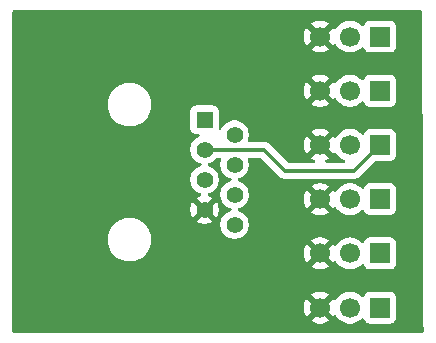
<source format=gbr>
%TF.GenerationSoftware,KiCad,Pcbnew,9.0.1*%
%TF.CreationDate,2025-04-27T11:51:01-04:00*%
%TF.ProjectId,ServoBreakout,53657276-6f42-4726-9561-6b6f75742e6b,rev?*%
%TF.SameCoordinates,Original*%
%TF.FileFunction,Copper,L2,Bot*%
%TF.FilePolarity,Positive*%
%FSLAX46Y46*%
G04 Gerber Fmt 4.6, Leading zero omitted, Abs format (unit mm)*
G04 Created by KiCad (PCBNEW 9.0.1) date 2025-04-27 11:51:01*
%MOMM*%
%LPD*%
G01*
G04 APERTURE LIST*
%TA.AperFunction,ComponentPad*%
%ADD10R,1.400000X1.400000*%
%TD*%
%TA.AperFunction,ComponentPad*%
%ADD11C,1.400000*%
%TD*%
%TA.AperFunction,ComponentPad*%
%ADD12R,1.700000X1.700000*%
%TD*%
%TA.AperFunction,ComponentPad*%
%ADD13C,1.700000*%
%TD*%
%TA.AperFunction,Conductor*%
%ADD14C,0.350000*%
%TD*%
G04 APERTURE END LIST*
D10*
%TO.P,J1,1,1*%
%TO.N,Data 1*%
X114935000Y-76581000D03*
D11*
%TO.P,J1,2,2*%
%TO.N,Data 2*%
X117475000Y-77851000D03*
%TO.P,J1,3,3*%
%TO.N,Data 3*%
X114935000Y-79121000D03*
%TO.P,J1,4,4*%
%TO.N,Data 4*%
X117475000Y-80391000D03*
%TO.P,J1,5,5*%
%TO.N,Data 5*%
X114935000Y-81661000D03*
%TO.P,J1,6,6*%
%TO.N,Data 6*%
X117475000Y-82931000D03*
%TO.P,J1,7,7*%
%TO.N,GND*%
X114935000Y-84201000D03*
%TO.P,J1,8,8*%
%TO.N,+5V*%
X117475000Y-85471000D03*
%TD*%
D12*
%TO.P,Pin2,1,Pin_1*%
%TO.N,Data 2*%
X129794000Y-74132000D03*
D13*
%TO.P,Pin2,2,Pin_2*%
%TO.N,+5V*%
X127254000Y-74132000D03*
%TO.P,Pin2,3,Pin_3*%
%TO.N,GND*%
X124714000Y-74132000D03*
%TD*%
D12*
%TO.P,Pin5,1,Pin_1*%
%TO.N,Data 5*%
X129794000Y-87902000D03*
D13*
%TO.P,Pin5,2,Pin_2*%
%TO.N,+5V*%
X127254000Y-87902000D03*
%TO.P,Pin5,3,Pin_3*%
%TO.N,GND*%
X124714000Y-87902000D03*
%TD*%
D12*
%TO.P,Pin6,1,Pin_1*%
%TO.N,Data 6*%
X129794000Y-92492000D03*
D13*
%TO.P,Pin6,2,Pin_2*%
%TO.N,+5V*%
X127254000Y-92492000D03*
%TO.P,Pin6,3,Pin_3*%
%TO.N,GND*%
X124714000Y-92492000D03*
%TD*%
D12*
%TO.P,Pin4,1,Pin_1*%
%TO.N,Data 4*%
X129794000Y-83312000D03*
D13*
%TO.P,Pin4,2,Pin_2*%
%TO.N,+5V*%
X127254000Y-83312000D03*
%TO.P,Pin4,3,Pin_3*%
%TO.N,GND*%
X124714000Y-83312000D03*
%TD*%
D12*
%TO.P,Pin3,1,Pin_1*%
%TO.N,Data 3*%
X129794000Y-78722000D03*
D13*
%TO.P,Pin3,2,Pin_2*%
%TO.N,+5V*%
X127254000Y-78722000D03*
%TO.P,Pin3,3,Pin_3*%
%TO.N,GND*%
X124714000Y-78722000D03*
%TD*%
D12*
%TO.P,Pin1,1,Pin_1*%
%TO.N,Data 1*%
X129794000Y-69542000D03*
D13*
%TO.P,Pin1,2,Pin_2*%
%TO.N,+5V*%
X127254000Y-69542000D03*
%TO.P,Pin1,3,Pin_3*%
%TO.N,GND*%
X124714000Y-69542000D03*
%TD*%
D14*
%TO.N,Data 3*%
X127617000Y-80899000D02*
X129794000Y-78722000D01*
X119970000Y-79121000D02*
X121748000Y-80899000D01*
X114935000Y-79121000D02*
X119970000Y-79121000D01*
X121748000Y-80899000D02*
X127617000Y-80899000D01*
%TD*%
%TA.AperFunction,Conductor*%
%TO.N,GND*%
G36*
X125829270Y-79483717D02*
G01*
X125829270Y-79483716D01*
X125868622Y-79429555D01*
X125873232Y-79420507D01*
X125921205Y-79369709D01*
X125989025Y-79352912D01*
X126055161Y-79375447D01*
X126094204Y-79420504D01*
X126098949Y-79429817D01*
X126223890Y-79601786D01*
X126374213Y-79752109D01*
X126546179Y-79877048D01*
X126546181Y-79877049D01*
X126546184Y-79877051D01*
X126597255Y-79903073D01*
X126735583Y-79973555D01*
X126735585Y-79973555D01*
X126735588Y-79973557D01*
X126760249Y-79981570D01*
X126817923Y-80021007D01*
X126845121Y-80085366D01*
X126833206Y-80154212D01*
X126785962Y-80205688D01*
X126721929Y-80223500D01*
X125244457Y-80223500D01*
X125177418Y-80203815D01*
X125131663Y-80151011D01*
X125121719Y-80081853D01*
X125150744Y-80018297D01*
X125206139Y-79981569D01*
X125232216Y-79973095D01*
X125421554Y-79876622D01*
X125475716Y-79837270D01*
X125475717Y-79837270D01*
X124843408Y-79204962D01*
X124906993Y-79187925D01*
X125021007Y-79122099D01*
X125114099Y-79029007D01*
X125179925Y-78914993D01*
X125196962Y-78851408D01*
X125829270Y-79483717D01*
G37*
%TD.AperFunction*%
%TA.AperFunction,Conductor*%
G36*
X133294154Y-67322185D02*
G01*
X133339909Y-67374989D01*
X133351114Y-67425931D01*
X133429725Y-84563095D01*
X133472136Y-93808757D01*
X133475298Y-94497931D01*
X133455921Y-94565060D01*
X133403327Y-94611057D01*
X133351299Y-94622500D01*
X98795500Y-94622500D01*
X98728461Y-94602815D01*
X98682706Y-94550011D01*
X98671500Y-94498500D01*
X98671500Y-92385753D01*
X123364000Y-92385753D01*
X123364000Y-92598246D01*
X123397242Y-92808127D01*
X123397242Y-92808130D01*
X123462904Y-93010217D01*
X123559375Y-93199550D01*
X123598728Y-93253716D01*
X124231037Y-92621408D01*
X124248075Y-92684993D01*
X124313901Y-92799007D01*
X124406993Y-92892099D01*
X124521007Y-92957925D01*
X124584590Y-92974962D01*
X123952282Y-93607269D01*
X123952282Y-93607270D01*
X124006449Y-93646624D01*
X124195782Y-93743095D01*
X124397870Y-93808757D01*
X124607754Y-93842000D01*
X124820246Y-93842000D01*
X125030127Y-93808757D01*
X125030130Y-93808757D01*
X125232217Y-93743095D01*
X125421554Y-93646622D01*
X125475716Y-93607270D01*
X125475717Y-93607270D01*
X124843408Y-92974962D01*
X124906993Y-92957925D01*
X125021007Y-92892099D01*
X125114099Y-92799007D01*
X125179925Y-92684993D01*
X125196962Y-92621408D01*
X125829270Y-93253717D01*
X125829270Y-93253716D01*
X125868622Y-93199555D01*
X125873232Y-93190507D01*
X125921205Y-93139709D01*
X125989025Y-93122912D01*
X126055161Y-93145447D01*
X126094204Y-93190504D01*
X126098949Y-93199817D01*
X126223890Y-93371786D01*
X126374213Y-93522109D01*
X126546179Y-93647048D01*
X126546181Y-93647049D01*
X126546184Y-93647051D01*
X126735588Y-93743557D01*
X126937757Y-93809246D01*
X127147713Y-93842500D01*
X127147714Y-93842500D01*
X127360286Y-93842500D01*
X127360287Y-93842500D01*
X127570243Y-93809246D01*
X127772412Y-93743557D01*
X127961816Y-93647051D01*
X128133792Y-93522104D01*
X128247329Y-93408566D01*
X128308648Y-93375084D01*
X128378340Y-93380068D01*
X128434274Y-93421939D01*
X128451189Y-93452917D01*
X128500202Y-93584328D01*
X128500206Y-93584335D01*
X128586452Y-93699544D01*
X128586455Y-93699547D01*
X128701664Y-93785793D01*
X128701671Y-93785797D01*
X128836517Y-93836091D01*
X128836516Y-93836091D01*
X128843444Y-93836835D01*
X128896127Y-93842500D01*
X130691872Y-93842499D01*
X130751483Y-93836091D01*
X130886331Y-93785796D01*
X131001546Y-93699546D01*
X131087796Y-93584331D01*
X131138091Y-93449483D01*
X131144500Y-93389873D01*
X131144499Y-91594128D01*
X131138091Y-91534517D01*
X131136810Y-91531083D01*
X131087797Y-91399671D01*
X131087793Y-91399664D01*
X131001547Y-91284455D01*
X131001544Y-91284452D01*
X130886335Y-91198206D01*
X130886328Y-91198202D01*
X130751482Y-91147908D01*
X130751483Y-91147908D01*
X130691883Y-91141501D01*
X130691881Y-91141500D01*
X130691873Y-91141500D01*
X130691864Y-91141500D01*
X128896129Y-91141500D01*
X128896123Y-91141501D01*
X128836516Y-91147908D01*
X128701671Y-91198202D01*
X128701664Y-91198206D01*
X128586455Y-91284452D01*
X128586452Y-91284455D01*
X128500206Y-91399664D01*
X128500203Y-91399669D01*
X128451189Y-91531083D01*
X128409317Y-91587016D01*
X128343853Y-91611433D01*
X128275580Y-91596581D01*
X128247326Y-91575430D01*
X128133786Y-91461890D01*
X127961820Y-91336951D01*
X127772414Y-91240444D01*
X127772413Y-91240443D01*
X127772412Y-91240443D01*
X127570243Y-91174754D01*
X127570241Y-91174753D01*
X127570240Y-91174753D01*
X127408957Y-91149208D01*
X127360287Y-91141500D01*
X127147713Y-91141500D01*
X127099042Y-91149208D01*
X126937760Y-91174753D01*
X126735585Y-91240444D01*
X126546179Y-91336951D01*
X126374213Y-91461890D01*
X126223890Y-91612213D01*
X126098949Y-91784182D01*
X126094202Y-91793499D01*
X126046227Y-91844293D01*
X125978405Y-91861087D01*
X125912271Y-91838548D01*
X125873234Y-91793495D01*
X125868626Y-91784452D01*
X125829270Y-91730282D01*
X125829269Y-91730282D01*
X125196962Y-92362590D01*
X125179925Y-92299007D01*
X125114099Y-92184993D01*
X125021007Y-92091901D01*
X124906993Y-92026075D01*
X124843409Y-92009037D01*
X125475716Y-91376728D01*
X125421550Y-91337375D01*
X125232217Y-91240904D01*
X125030129Y-91175242D01*
X124820246Y-91142000D01*
X124607754Y-91142000D01*
X124397872Y-91175242D01*
X124397869Y-91175242D01*
X124195782Y-91240904D01*
X124006439Y-91337380D01*
X123952282Y-91376727D01*
X123952282Y-91376728D01*
X124584591Y-92009037D01*
X124521007Y-92026075D01*
X124406993Y-92091901D01*
X124313901Y-92184993D01*
X124248075Y-92299007D01*
X124231037Y-92362591D01*
X123598728Y-91730282D01*
X123598727Y-91730282D01*
X123559380Y-91784439D01*
X123462904Y-91973782D01*
X123397242Y-92175869D01*
X123397242Y-92175872D01*
X123364000Y-92385753D01*
X98671500Y-92385753D01*
X98671500Y-86620701D01*
X106749500Y-86620701D01*
X106749500Y-86861298D01*
X106749501Y-86861314D01*
X106767366Y-86997016D01*
X106780906Y-87099857D01*
X106826787Y-87271087D01*
X106843183Y-87332275D01*
X106935253Y-87554553D01*
X106935261Y-87554570D01*
X107055558Y-87762929D01*
X107055569Y-87762945D01*
X107202035Y-87953824D01*
X107202041Y-87953831D01*
X107372168Y-88123958D01*
X107372174Y-88123963D01*
X107563063Y-88270437D01*
X107563070Y-88270441D01*
X107771429Y-88390738D01*
X107771434Y-88390740D01*
X107771437Y-88390742D01*
X107771441Y-88390743D01*
X107771446Y-88390746D01*
X107993724Y-88482816D01*
X107993726Y-88482816D01*
X107993732Y-88482819D01*
X108226143Y-88545094D01*
X108464695Y-88576500D01*
X108464702Y-88576500D01*
X108705298Y-88576500D01*
X108705305Y-88576500D01*
X108943857Y-88545094D01*
X109176268Y-88482819D01*
X109398563Y-88390742D01*
X109606937Y-88270437D01*
X109797826Y-88123963D01*
X109967963Y-87953826D01*
X110089256Y-87795753D01*
X123364000Y-87795753D01*
X123364000Y-88008246D01*
X123397242Y-88218127D01*
X123397242Y-88218130D01*
X123462904Y-88420217D01*
X123559375Y-88609550D01*
X123598728Y-88663716D01*
X124231037Y-88031408D01*
X124248075Y-88094993D01*
X124313901Y-88209007D01*
X124406993Y-88302099D01*
X124521007Y-88367925D01*
X124584590Y-88384962D01*
X123952282Y-89017269D01*
X123952282Y-89017270D01*
X124006449Y-89056624D01*
X124195782Y-89153095D01*
X124397870Y-89218757D01*
X124607754Y-89252000D01*
X124820246Y-89252000D01*
X125030127Y-89218757D01*
X125030130Y-89218757D01*
X125232217Y-89153095D01*
X125421554Y-89056622D01*
X125475716Y-89017270D01*
X125475717Y-89017270D01*
X124843408Y-88384962D01*
X124906993Y-88367925D01*
X125021007Y-88302099D01*
X125114099Y-88209007D01*
X125179925Y-88094993D01*
X125196962Y-88031408D01*
X125829270Y-88663717D01*
X125829270Y-88663716D01*
X125868622Y-88609555D01*
X125873232Y-88600507D01*
X125921205Y-88549709D01*
X125989025Y-88532912D01*
X126055161Y-88555447D01*
X126094204Y-88600504D01*
X126098949Y-88609817D01*
X126223890Y-88781786D01*
X126374213Y-88932109D01*
X126546179Y-89057048D01*
X126546181Y-89057049D01*
X126546184Y-89057051D01*
X126735588Y-89153557D01*
X126937757Y-89219246D01*
X127147713Y-89252500D01*
X127147714Y-89252500D01*
X127360286Y-89252500D01*
X127360287Y-89252500D01*
X127570243Y-89219246D01*
X127772412Y-89153557D01*
X127961816Y-89057051D01*
X128133792Y-88932104D01*
X128247329Y-88818566D01*
X128308648Y-88785084D01*
X128378340Y-88790068D01*
X128434274Y-88831939D01*
X128451189Y-88862917D01*
X128500202Y-88994328D01*
X128500206Y-88994335D01*
X128586452Y-89109544D01*
X128586455Y-89109547D01*
X128701664Y-89195793D01*
X128701671Y-89195797D01*
X128836517Y-89246091D01*
X128836516Y-89246091D01*
X128843444Y-89246835D01*
X128896127Y-89252500D01*
X130691872Y-89252499D01*
X130751483Y-89246091D01*
X130886331Y-89195796D01*
X131001546Y-89109546D01*
X131087796Y-88994331D01*
X131138091Y-88859483D01*
X131144500Y-88799873D01*
X131144499Y-87004128D01*
X131138091Y-86944517D01*
X131136810Y-86941083D01*
X131087797Y-86809671D01*
X131087793Y-86809664D01*
X131001547Y-86694455D01*
X131001544Y-86694452D01*
X130886335Y-86608206D01*
X130886328Y-86608202D01*
X130751482Y-86557908D01*
X130751483Y-86557908D01*
X130691883Y-86551501D01*
X130691881Y-86551500D01*
X130691873Y-86551500D01*
X130691864Y-86551500D01*
X128896129Y-86551500D01*
X128896123Y-86551501D01*
X128836516Y-86557908D01*
X128701671Y-86608202D01*
X128701664Y-86608206D01*
X128586455Y-86694452D01*
X128586452Y-86694455D01*
X128500206Y-86809664D01*
X128500203Y-86809669D01*
X128451189Y-86941083D01*
X128409317Y-86997016D01*
X128343853Y-87021433D01*
X128275580Y-87006581D01*
X128247326Y-86985430D01*
X128133786Y-86871890D01*
X127961820Y-86746951D01*
X127772414Y-86650444D01*
X127772413Y-86650443D01*
X127772412Y-86650443D01*
X127570243Y-86584754D01*
X127570241Y-86584753D01*
X127570240Y-86584753D01*
X127408957Y-86559208D01*
X127360287Y-86551500D01*
X127147713Y-86551500D01*
X127099042Y-86559208D01*
X126937760Y-86584753D01*
X126836672Y-86617598D01*
X126827143Y-86620695D01*
X126735585Y-86650444D01*
X126546179Y-86746951D01*
X126374213Y-86871890D01*
X126223890Y-87022213D01*
X126098949Y-87194182D01*
X126094202Y-87203499D01*
X126046227Y-87254293D01*
X125978405Y-87271087D01*
X125912271Y-87248548D01*
X125873234Y-87203495D01*
X125868626Y-87194452D01*
X125829270Y-87140282D01*
X125829269Y-87140282D01*
X125196962Y-87772590D01*
X125179925Y-87709007D01*
X125114099Y-87594993D01*
X125021007Y-87501901D01*
X124906993Y-87436075D01*
X124843409Y-87419037D01*
X125475716Y-86786728D01*
X125421550Y-86747375D01*
X125232217Y-86650904D01*
X125030129Y-86585242D01*
X124820246Y-86552000D01*
X124607754Y-86552000D01*
X124397872Y-86585242D01*
X124397869Y-86585242D01*
X124195782Y-86650904D01*
X124006439Y-86747380D01*
X123952282Y-86786727D01*
X123952282Y-86786728D01*
X124584591Y-87419037D01*
X124521007Y-87436075D01*
X124406993Y-87501901D01*
X124313901Y-87594993D01*
X124248075Y-87709007D01*
X124231037Y-87772591D01*
X123598728Y-87140282D01*
X123598727Y-87140282D01*
X123559380Y-87194439D01*
X123462904Y-87383782D01*
X123397242Y-87585869D01*
X123397242Y-87585872D01*
X123364000Y-87795753D01*
X110089256Y-87795753D01*
X110114437Y-87762937D01*
X110234742Y-87554563D01*
X110326819Y-87332268D01*
X110389094Y-87099857D01*
X110420500Y-86861305D01*
X110420500Y-86620695D01*
X110389094Y-86382143D01*
X110326819Y-86149732D01*
X110236562Y-85931832D01*
X110234746Y-85927446D01*
X110234738Y-85927429D01*
X110114441Y-85719070D01*
X110114437Y-85719063D01*
X110072262Y-85664099D01*
X109967964Y-85528175D01*
X109967958Y-85528168D01*
X109797831Y-85358041D01*
X109797824Y-85358035D01*
X109670061Y-85259999D01*
X109606946Y-85211569D01*
X109606929Y-85211558D01*
X109398570Y-85091261D01*
X109398553Y-85091253D01*
X109176275Y-84999183D01*
X108943853Y-84936905D01*
X108705314Y-84905501D01*
X108705311Y-84905500D01*
X108705305Y-84905500D01*
X108464695Y-84905500D01*
X108464689Y-84905500D01*
X108464685Y-84905501D01*
X108226146Y-84936905D01*
X107993724Y-84999183D01*
X107771446Y-85091253D01*
X107771429Y-85091261D01*
X107563070Y-85211558D01*
X107563054Y-85211569D01*
X107372175Y-85358035D01*
X107372168Y-85358041D01*
X107202041Y-85528168D01*
X107202035Y-85528175D01*
X107055569Y-85719054D01*
X107055558Y-85719070D01*
X106935261Y-85927429D01*
X106935253Y-85927446D01*
X106843183Y-86149724D01*
X106780905Y-86382146D01*
X106749501Y-86620685D01*
X106749500Y-86620701D01*
X98671500Y-86620701D01*
X98671500Y-75190701D01*
X106749500Y-75190701D01*
X106749500Y-75431298D01*
X106749501Y-75431314D01*
X106761631Y-75523455D01*
X106780906Y-75669857D01*
X106824653Y-75833123D01*
X106843183Y-75902275D01*
X106935253Y-76124553D01*
X106935261Y-76124570D01*
X107055558Y-76332929D01*
X107055569Y-76332945D01*
X107202035Y-76523824D01*
X107202041Y-76523831D01*
X107372168Y-76693958D01*
X107372175Y-76693964D01*
X107430156Y-76738454D01*
X107563063Y-76840437D01*
X107563070Y-76840441D01*
X107771429Y-76960738D01*
X107771434Y-76960740D01*
X107771437Y-76960742D01*
X107771441Y-76960743D01*
X107771446Y-76960746D01*
X107993724Y-77052816D01*
X107993726Y-77052816D01*
X107993732Y-77052819D01*
X108226143Y-77115094D01*
X108464695Y-77146500D01*
X108464702Y-77146500D01*
X108705298Y-77146500D01*
X108705305Y-77146500D01*
X108943857Y-77115094D01*
X109176268Y-77052819D01*
X109398563Y-76960742D01*
X109606937Y-76840437D01*
X109797826Y-76693963D01*
X109967963Y-76523826D01*
X110114437Y-76332937D01*
X110234742Y-76124563D01*
X110326819Y-75902268D01*
X110345343Y-75833135D01*
X113734500Y-75833135D01*
X113734500Y-77328870D01*
X113734501Y-77328876D01*
X113740908Y-77388483D01*
X113791202Y-77523328D01*
X113791206Y-77523335D01*
X113877452Y-77638544D01*
X113877455Y-77638547D01*
X113992664Y-77724793D01*
X113992671Y-77724797D01*
X114127517Y-77775091D01*
X114127516Y-77775091D01*
X114134444Y-77775835D01*
X114187127Y-77781500D01*
X114403091Y-77781499D01*
X114470129Y-77801183D01*
X114515884Y-77853987D01*
X114525828Y-77923145D01*
X114496803Y-77986701D01*
X114459385Y-78015983D01*
X114305805Y-78094236D01*
X114203885Y-78168286D01*
X114152927Y-78205310D01*
X114152925Y-78205312D01*
X114152924Y-78205312D01*
X114019312Y-78338924D01*
X114019312Y-78338925D01*
X114019310Y-78338927D01*
X113972974Y-78402703D01*
X113908240Y-78491800D01*
X113822454Y-78660163D01*
X113764059Y-78839881D01*
X113734500Y-79026513D01*
X113734500Y-79215486D01*
X113764059Y-79402118D01*
X113822454Y-79581836D01*
X113908240Y-79750199D01*
X114019310Y-79903073D01*
X114152927Y-80036690D01*
X114305801Y-80147760D01*
X114383169Y-80187181D01*
X114474163Y-80233545D01*
X114474165Y-80233545D01*
X114474168Y-80233547D01*
X114563734Y-80262649D01*
X114595803Y-80273069D01*
X114653478Y-80312507D01*
X114680676Y-80376866D01*
X114668761Y-80445712D01*
X114621516Y-80497188D01*
X114595803Y-80508931D01*
X114474163Y-80548454D01*
X114305800Y-80634240D01*
X114218579Y-80697610D01*
X114152927Y-80745310D01*
X114152925Y-80745312D01*
X114152924Y-80745312D01*
X114019312Y-80878924D01*
X114019312Y-80878925D01*
X114019310Y-80878927D01*
X113971610Y-80944579D01*
X113908240Y-81031800D01*
X113822454Y-81200163D01*
X113764059Y-81379881D01*
X113734500Y-81566513D01*
X113734500Y-81755486D01*
X113764059Y-81942118D01*
X113822454Y-82121836D01*
X113872303Y-82219669D01*
X113908240Y-82290199D01*
X114019310Y-82443073D01*
X114152927Y-82576690D01*
X114305801Y-82687760D01*
X114474168Y-82773547D01*
X114596612Y-82813331D01*
X114654287Y-82852769D01*
X114681485Y-82917127D01*
X114669570Y-82985974D01*
X114622326Y-83037449D01*
X114596612Y-83049193D01*
X114474361Y-83088915D01*
X114306060Y-83174669D01*
X114280670Y-83193116D01*
X114280669Y-83193116D01*
X114846415Y-83758861D01*
X114761306Y-83781667D01*
X114658694Y-83840910D01*
X114574910Y-83924694D01*
X114515667Y-84027306D01*
X114492861Y-84112414D01*
X113927116Y-83546669D01*
X113927116Y-83546670D01*
X113908669Y-83572060D01*
X113822914Y-83740362D01*
X113764548Y-83919997D01*
X113735000Y-84106552D01*
X113735000Y-84295447D01*
X113764548Y-84482002D01*
X113822914Y-84661637D01*
X113908666Y-84829933D01*
X113927116Y-84855328D01*
X114492861Y-84289584D01*
X114515667Y-84374694D01*
X114574910Y-84477306D01*
X114658694Y-84561090D01*
X114761306Y-84620333D01*
X114846415Y-84643138D01*
X114280669Y-85208882D01*
X114280670Y-85208883D01*
X114306059Y-85227329D01*
X114474362Y-85313085D01*
X114653997Y-85371451D01*
X114840553Y-85401000D01*
X115029447Y-85401000D01*
X115216002Y-85371451D01*
X115395637Y-85313085D01*
X115563937Y-85227331D01*
X115589328Y-85208883D01*
X115589328Y-85208882D01*
X115023584Y-84643138D01*
X115108694Y-84620333D01*
X115211306Y-84561090D01*
X115295090Y-84477306D01*
X115354333Y-84374694D01*
X115377138Y-84289584D01*
X115942882Y-84855328D01*
X115942883Y-84855328D01*
X115961331Y-84829937D01*
X116047085Y-84661637D01*
X116105451Y-84482002D01*
X116135000Y-84295447D01*
X116135000Y-84106552D01*
X116105451Y-83919997D01*
X116047085Y-83740362D01*
X115961329Y-83572059D01*
X115942883Y-83546670D01*
X115942882Y-83546669D01*
X115377137Y-84112414D01*
X115354333Y-84027306D01*
X115295090Y-83924694D01*
X115211306Y-83840910D01*
X115108694Y-83781667D01*
X115023584Y-83758861D01*
X115589328Y-83193116D01*
X115563933Y-83174666D01*
X115395637Y-83088914D01*
X115273388Y-83049193D01*
X115215712Y-83009755D01*
X115188514Y-82945397D01*
X115200429Y-82876550D01*
X115247673Y-82825075D01*
X115273382Y-82813333D01*
X115395832Y-82773547D01*
X115564199Y-82687760D01*
X115717073Y-82576690D01*
X115850690Y-82443073D01*
X115961760Y-82290199D01*
X116047547Y-82121832D01*
X116105940Y-81942118D01*
X116111939Y-81904240D01*
X116135500Y-81755486D01*
X116135500Y-81566513D01*
X116105940Y-81379881D01*
X116047545Y-81200163D01*
X115961759Y-81031800D01*
X115850690Y-80878927D01*
X115717073Y-80745310D01*
X115564199Y-80634240D01*
X115395836Y-80548454D01*
X115321472Y-80524291D01*
X115274195Y-80508930D01*
X115216521Y-80469493D01*
X115189323Y-80405134D01*
X115201238Y-80336288D01*
X115248482Y-80284812D01*
X115274194Y-80273069D01*
X115395832Y-80233547D01*
X115564199Y-80147760D01*
X115717073Y-80036690D01*
X115850690Y-79903073D01*
X115890983Y-79847613D01*
X115895315Y-79844273D01*
X115897588Y-79839297D01*
X115922687Y-79823166D01*
X115946313Y-79804949D01*
X115952984Y-79803696D01*
X115956366Y-79801523D01*
X115991301Y-79796500D01*
X116235213Y-79796500D01*
X116302252Y-79816185D01*
X116348007Y-79868989D01*
X116357951Y-79938147D01*
X116353144Y-79958819D01*
X116304059Y-80109881D01*
X116274500Y-80296513D01*
X116274500Y-80485486D01*
X116304059Y-80672118D01*
X116362454Y-80851836D01*
X116448240Y-81020199D01*
X116559310Y-81173073D01*
X116692927Y-81306690D01*
X116845801Y-81417760D01*
X116925347Y-81458290D01*
X117014163Y-81503545D01*
X117014165Y-81503545D01*
X117014168Y-81503547D01*
X117103734Y-81532649D01*
X117135803Y-81543069D01*
X117193478Y-81582507D01*
X117220676Y-81646866D01*
X117208761Y-81715712D01*
X117161516Y-81767188D01*
X117135803Y-81778931D01*
X117014163Y-81818454D01*
X116845800Y-81904240D01*
X116758579Y-81967610D01*
X116692927Y-82015310D01*
X116692925Y-82015312D01*
X116692924Y-82015312D01*
X116559312Y-82148924D01*
X116559312Y-82148925D01*
X116559310Y-82148927D01*
X116511610Y-82214579D01*
X116448240Y-82301800D01*
X116362454Y-82470163D01*
X116304059Y-82649881D01*
X116274500Y-82836513D01*
X116274500Y-83025486D01*
X116304059Y-83212118D01*
X116362454Y-83391836D01*
X116375932Y-83418287D01*
X116448240Y-83560199D01*
X116559310Y-83713073D01*
X116692927Y-83846690D01*
X116845801Y-83957760D01*
X116860888Y-83965447D01*
X117014163Y-84043545D01*
X117014165Y-84043545D01*
X117014168Y-84043547D01*
X117103734Y-84072649D01*
X117135803Y-84083069D01*
X117193478Y-84122507D01*
X117220676Y-84186866D01*
X117208761Y-84255712D01*
X117161516Y-84307188D01*
X117135803Y-84318931D01*
X117014163Y-84358454D01*
X116845800Y-84444240D01*
X116796129Y-84480329D01*
X116692927Y-84555310D01*
X116692925Y-84555312D01*
X116692924Y-84555312D01*
X116559312Y-84688924D01*
X116559312Y-84688925D01*
X116559310Y-84688927D01*
X116511610Y-84754579D01*
X116448240Y-84841800D01*
X116362454Y-85010163D01*
X116304059Y-85189881D01*
X116274500Y-85376513D01*
X116274500Y-85565486D01*
X116304059Y-85752118D01*
X116362454Y-85931836D01*
X116448240Y-86100199D01*
X116559310Y-86253073D01*
X116692927Y-86386690D01*
X116845801Y-86497760D01*
X116925347Y-86538290D01*
X117014163Y-86583545D01*
X117014165Y-86583545D01*
X117014168Y-86583547D01*
X117090048Y-86608202D01*
X117193881Y-86641940D01*
X117380514Y-86671500D01*
X117380519Y-86671500D01*
X117569486Y-86671500D01*
X117756118Y-86641940D01*
X117821484Y-86620701D01*
X117935832Y-86583547D01*
X118104199Y-86497760D01*
X118257073Y-86386690D01*
X118390690Y-86253073D01*
X118501760Y-86100199D01*
X118587547Y-85931832D01*
X118645940Y-85752118D01*
X118651177Y-85719054D01*
X118675500Y-85565486D01*
X118675500Y-85376513D01*
X118645940Y-85189881D01*
X118587545Y-85010163D01*
X118501759Y-84841800D01*
X118493137Y-84829933D01*
X118390690Y-84688927D01*
X118257073Y-84555310D01*
X118104199Y-84444240D01*
X117935836Y-84358454D01*
X117861472Y-84334291D01*
X117814195Y-84318930D01*
X117756521Y-84279493D01*
X117729323Y-84215134D01*
X117741238Y-84146288D01*
X117788482Y-84094812D01*
X117814194Y-84083069D01*
X117935832Y-84043547D01*
X118104199Y-83957760D01*
X118257073Y-83846690D01*
X118390690Y-83713073D01*
X118501760Y-83560199D01*
X118587547Y-83391832D01*
X118645940Y-83212118D01*
X118646948Y-83205753D01*
X123364000Y-83205753D01*
X123364000Y-83418246D01*
X123397242Y-83628127D01*
X123397242Y-83628130D01*
X123462904Y-83830217D01*
X123559375Y-84019550D01*
X123598728Y-84073716D01*
X124231037Y-83441408D01*
X124248075Y-83504993D01*
X124313901Y-83619007D01*
X124406993Y-83712099D01*
X124521007Y-83777925D01*
X124584590Y-83794962D01*
X123952282Y-84427269D01*
X123952282Y-84427270D01*
X124006449Y-84466624D01*
X124195782Y-84563095D01*
X124397870Y-84628757D01*
X124607754Y-84662000D01*
X124820246Y-84662000D01*
X125030127Y-84628757D01*
X125030130Y-84628757D01*
X125232217Y-84563095D01*
X125421554Y-84466622D01*
X125475716Y-84427270D01*
X125475717Y-84427270D01*
X124843408Y-83794962D01*
X124906993Y-83777925D01*
X125021007Y-83712099D01*
X125114099Y-83619007D01*
X125179925Y-83504993D01*
X125196962Y-83441408D01*
X125829270Y-84073717D01*
X125829270Y-84073716D01*
X125868622Y-84019555D01*
X125873232Y-84010507D01*
X125921205Y-83959709D01*
X125989025Y-83942912D01*
X126055161Y-83965447D01*
X126094204Y-84010504D01*
X126098949Y-84019817D01*
X126223890Y-84191786D01*
X126374213Y-84342109D01*
X126546179Y-84467048D01*
X126546181Y-84467049D01*
X126546184Y-84467051D01*
X126735588Y-84563557D01*
X126937757Y-84629246D01*
X127147713Y-84662500D01*
X127147714Y-84662500D01*
X127360286Y-84662500D01*
X127360287Y-84662500D01*
X127570243Y-84629246D01*
X127772412Y-84563557D01*
X127961816Y-84467051D01*
X128048147Y-84404328D01*
X128133784Y-84342110D01*
X128133784Y-84342109D01*
X128133792Y-84342104D01*
X128247329Y-84228566D01*
X128308648Y-84195084D01*
X128378340Y-84200068D01*
X128434274Y-84241939D01*
X128451189Y-84272917D01*
X128500202Y-84404328D01*
X128500206Y-84404335D01*
X128586452Y-84519544D01*
X128586455Y-84519547D01*
X128701664Y-84605793D01*
X128701671Y-84605797D01*
X128836517Y-84656091D01*
X128836516Y-84656091D01*
X128843444Y-84656835D01*
X128896127Y-84662500D01*
X130691872Y-84662499D01*
X130751483Y-84656091D01*
X130886331Y-84605796D01*
X131001546Y-84519546D01*
X131087796Y-84404331D01*
X131138091Y-84269483D01*
X131144500Y-84209873D01*
X131144499Y-82414128D01*
X131138091Y-82354517D01*
X131136810Y-82351083D01*
X131087797Y-82219671D01*
X131087793Y-82219664D01*
X131001547Y-82104455D01*
X131001544Y-82104452D01*
X130886335Y-82018206D01*
X130886328Y-82018202D01*
X130751482Y-81967908D01*
X130751483Y-81967908D01*
X130691883Y-81961501D01*
X130691881Y-81961500D01*
X130691873Y-81961500D01*
X130691864Y-81961500D01*
X128896129Y-81961500D01*
X128896123Y-81961501D01*
X128836516Y-81967908D01*
X128701671Y-82018202D01*
X128701664Y-82018206D01*
X128586455Y-82104452D01*
X128586452Y-82104455D01*
X128500206Y-82219664D01*
X128500203Y-82219669D01*
X128451189Y-82351083D01*
X128409317Y-82407016D01*
X128343853Y-82431433D01*
X128275580Y-82416581D01*
X128247326Y-82395430D01*
X128133786Y-82281890D01*
X127961820Y-82156951D01*
X127772414Y-82060444D01*
X127772413Y-82060443D01*
X127772412Y-82060443D01*
X127570243Y-81994754D01*
X127570241Y-81994753D01*
X127570240Y-81994753D01*
X127408957Y-81969208D01*
X127360287Y-81961500D01*
X127147713Y-81961500D01*
X127099042Y-81969208D01*
X126937760Y-81994753D01*
X126735585Y-82060444D01*
X126546179Y-82156951D01*
X126374213Y-82281890D01*
X126223890Y-82432213D01*
X126098949Y-82604182D01*
X126094202Y-82613499D01*
X126046227Y-82664293D01*
X125978405Y-82681087D01*
X125912271Y-82658548D01*
X125873234Y-82613495D01*
X125868626Y-82604452D01*
X125829270Y-82550282D01*
X125829269Y-82550282D01*
X125196962Y-83182590D01*
X125179925Y-83119007D01*
X125114099Y-83004993D01*
X125021007Y-82911901D01*
X124906993Y-82846075D01*
X124843409Y-82829037D01*
X125475716Y-82196728D01*
X125421550Y-82157375D01*
X125232217Y-82060904D01*
X125030129Y-81995242D01*
X124820246Y-81962000D01*
X124607754Y-81962000D01*
X124397872Y-81995242D01*
X124397869Y-81995242D01*
X124195782Y-82060904D01*
X124006439Y-82157380D01*
X123952282Y-82196727D01*
X123952282Y-82196728D01*
X124584591Y-82829037D01*
X124521007Y-82846075D01*
X124406993Y-82911901D01*
X124313901Y-83004993D01*
X124248075Y-83119007D01*
X124231037Y-83182591D01*
X123598728Y-82550282D01*
X123598727Y-82550282D01*
X123559380Y-82604439D01*
X123462904Y-82793782D01*
X123397242Y-82995869D01*
X123397242Y-82995872D01*
X123364000Y-83205753D01*
X118646948Y-83205753D01*
X118660687Y-83119007D01*
X118675500Y-83025486D01*
X118675500Y-82836513D01*
X118645940Y-82649881D01*
X118587545Y-82470163D01*
X118501760Y-82301801D01*
X118501759Y-82301800D01*
X118390690Y-82148927D01*
X118257073Y-82015310D01*
X118104199Y-81904240D01*
X117935836Y-81818454D01*
X117861472Y-81794291D01*
X117814195Y-81778930D01*
X117756521Y-81739493D01*
X117729323Y-81675134D01*
X117741238Y-81606288D01*
X117788482Y-81554812D01*
X117814194Y-81543069D01*
X117935832Y-81503547D01*
X118104199Y-81417760D01*
X118257073Y-81306690D01*
X118390690Y-81173073D01*
X118501760Y-81020199D01*
X118587547Y-80851832D01*
X118645940Y-80672118D01*
X118651939Y-80634240D01*
X118675500Y-80485486D01*
X118675500Y-80296513D01*
X118645940Y-80109881D01*
X118596856Y-79958819D01*
X118594861Y-79888978D01*
X118630941Y-79829145D01*
X118693642Y-79798316D01*
X118714787Y-79796500D01*
X119638837Y-79796500D01*
X119705876Y-79816185D01*
X119726518Y-79832819D01*
X121223305Y-81329606D01*
X121317394Y-81423695D01*
X121317397Y-81423697D01*
X121317398Y-81423698D01*
X121428020Y-81497613D01*
X121428024Y-81497615D01*
X121428031Y-81497620D01*
X121464037Y-81512534D01*
X121550964Y-81548541D01*
X121641316Y-81566513D01*
X121681464Y-81574499D01*
X121681468Y-81574500D01*
X121681469Y-81574500D01*
X127683532Y-81574500D01*
X127683533Y-81574499D01*
X127814036Y-81548541D01*
X127936969Y-81497620D01*
X128047606Y-81423695D01*
X129362482Y-80108817D01*
X129423805Y-80075333D01*
X129450163Y-80072499D01*
X130691871Y-80072499D01*
X130691872Y-80072499D01*
X130751483Y-80066091D01*
X130886331Y-80015796D01*
X131001546Y-79929546D01*
X131087796Y-79814331D01*
X131138091Y-79679483D01*
X131144500Y-79619873D01*
X131144499Y-77824128D01*
X131138091Y-77764517D01*
X131136810Y-77761083D01*
X131087797Y-77629671D01*
X131087793Y-77629664D01*
X131001547Y-77514455D01*
X131001544Y-77514452D01*
X130886335Y-77428206D01*
X130886328Y-77428202D01*
X130751482Y-77377908D01*
X130751483Y-77377908D01*
X130691883Y-77371501D01*
X130691881Y-77371500D01*
X130691873Y-77371500D01*
X130691864Y-77371500D01*
X128896129Y-77371500D01*
X128896123Y-77371501D01*
X128836516Y-77377908D01*
X128701671Y-77428202D01*
X128701664Y-77428206D01*
X128586455Y-77514452D01*
X128586452Y-77514455D01*
X128500206Y-77629664D01*
X128500203Y-77629669D01*
X128451189Y-77761083D01*
X128409317Y-77817016D01*
X128343853Y-77841433D01*
X128275580Y-77826581D01*
X128247326Y-77805430D01*
X128133786Y-77691890D01*
X127961820Y-77566951D01*
X127772414Y-77470444D01*
X127772413Y-77470443D01*
X127772412Y-77470443D01*
X127570243Y-77404754D01*
X127570241Y-77404753D01*
X127570240Y-77404753D01*
X127408957Y-77379208D01*
X127360287Y-77371500D01*
X127147713Y-77371500D01*
X127099042Y-77379208D01*
X126937760Y-77404753D01*
X126735585Y-77470444D01*
X126546179Y-77566951D01*
X126374213Y-77691890D01*
X126223890Y-77842213D01*
X126098949Y-78014182D01*
X126094202Y-78023499D01*
X126046227Y-78074293D01*
X125978405Y-78091087D01*
X125912271Y-78068548D01*
X125873234Y-78023495D01*
X125868626Y-78014452D01*
X125829270Y-77960282D01*
X125829269Y-77960282D01*
X125196962Y-78592590D01*
X125179925Y-78529007D01*
X125114099Y-78414993D01*
X125021007Y-78321901D01*
X124906993Y-78256075D01*
X124843409Y-78239037D01*
X125475716Y-77606728D01*
X125421550Y-77567375D01*
X125232217Y-77470904D01*
X125030129Y-77405242D01*
X124820246Y-77372000D01*
X124607754Y-77372000D01*
X124397872Y-77405242D01*
X124397869Y-77405242D01*
X124195782Y-77470904D01*
X124006439Y-77567380D01*
X123952282Y-77606727D01*
X123952282Y-77606728D01*
X124584591Y-78239037D01*
X124521007Y-78256075D01*
X124406993Y-78321901D01*
X124313901Y-78414993D01*
X124248075Y-78529007D01*
X124231037Y-78592591D01*
X123598728Y-77960282D01*
X123598727Y-77960282D01*
X123559380Y-78014439D01*
X123462904Y-78203782D01*
X123397242Y-78405869D01*
X123397242Y-78405872D01*
X123364000Y-78615753D01*
X123364000Y-78828246D01*
X123397242Y-79038127D01*
X123397242Y-79038130D01*
X123462904Y-79240217D01*
X123559375Y-79429550D01*
X123598728Y-79483716D01*
X124231037Y-78851408D01*
X124248075Y-78914993D01*
X124313901Y-79029007D01*
X124406993Y-79122099D01*
X124521007Y-79187925D01*
X124584590Y-79204962D01*
X123952282Y-79837269D01*
X123952282Y-79837270D01*
X124006449Y-79876624D01*
X124195783Y-79973095D01*
X124221861Y-79981569D01*
X124279537Y-80021007D01*
X124306735Y-80085365D01*
X124294820Y-80154212D01*
X124247576Y-80205687D01*
X124183543Y-80223500D01*
X122079163Y-80223500D01*
X122012124Y-80203815D01*
X121991482Y-80187181D01*
X120502864Y-78698562D01*
X120400609Y-78596307D01*
X120400605Y-78596304D01*
X120289975Y-78522383D01*
X120289965Y-78522378D01*
X120167036Y-78471459D01*
X120167028Y-78471457D01*
X120036535Y-78445500D01*
X120036531Y-78445500D01*
X118714787Y-78445500D01*
X118647748Y-78425815D01*
X118601993Y-78373011D01*
X118592049Y-78303853D01*
X118596856Y-78283181D01*
X118605664Y-78256075D01*
X118645940Y-78132118D01*
X118652439Y-78091087D01*
X118675500Y-77945486D01*
X118675500Y-77756512D01*
X118662334Y-77673384D01*
X118651776Y-77606727D01*
X118645940Y-77569882D01*
X118587547Y-77390168D01*
X118587545Y-77390165D01*
X118587545Y-77390163D01*
X118501759Y-77221800D01*
X118390690Y-77068927D01*
X118257073Y-76935310D01*
X118104199Y-76824240D01*
X117935836Y-76738454D01*
X117756118Y-76680059D01*
X117569486Y-76650500D01*
X117569481Y-76650500D01*
X117380519Y-76650500D01*
X117380514Y-76650500D01*
X117193881Y-76680059D01*
X117014163Y-76738454D01*
X116845800Y-76824240D01*
X116823502Y-76840441D01*
X116692927Y-76935310D01*
X116692925Y-76935312D01*
X116692924Y-76935312D01*
X116559312Y-77068924D01*
X116559312Y-77068925D01*
X116559310Y-77068927D01*
X116525768Y-77115094D01*
X116448236Y-77221805D01*
X116369983Y-77375385D01*
X116322009Y-77426181D01*
X116254188Y-77442976D01*
X116188053Y-77420438D01*
X116144602Y-77365723D01*
X116135499Y-77319095D01*
X116135499Y-75833128D01*
X116129091Y-75773517D01*
X116090428Y-75669857D01*
X116078797Y-75638671D01*
X116078793Y-75638664D01*
X115992547Y-75523455D01*
X115992544Y-75523452D01*
X115877335Y-75437206D01*
X115877328Y-75437202D01*
X115742482Y-75386908D01*
X115742483Y-75386908D01*
X115682883Y-75380501D01*
X115682881Y-75380500D01*
X115682873Y-75380500D01*
X115682864Y-75380500D01*
X114187129Y-75380500D01*
X114187123Y-75380501D01*
X114127516Y-75386908D01*
X113992671Y-75437202D01*
X113992664Y-75437206D01*
X113877455Y-75523452D01*
X113877452Y-75523455D01*
X113791206Y-75638664D01*
X113791202Y-75638671D01*
X113740908Y-75773517D01*
X113734501Y-75833116D01*
X113734501Y-75833123D01*
X113734500Y-75833135D01*
X110345343Y-75833135D01*
X110389094Y-75669857D01*
X110420500Y-75431305D01*
X110420500Y-75190695D01*
X110389094Y-74952143D01*
X110326819Y-74719732D01*
X110290479Y-74632000D01*
X110234746Y-74497446D01*
X110234738Y-74497429D01*
X110114441Y-74289070D01*
X110114437Y-74289063D01*
X109967963Y-74098174D01*
X109967958Y-74098168D01*
X109895543Y-74025753D01*
X123364000Y-74025753D01*
X123364000Y-74238246D01*
X123397242Y-74448127D01*
X123397242Y-74448130D01*
X123462904Y-74650217D01*
X123559375Y-74839550D01*
X123598728Y-74893716D01*
X124231037Y-74261408D01*
X124248075Y-74324993D01*
X124313901Y-74439007D01*
X124406993Y-74532099D01*
X124521007Y-74597925D01*
X124584590Y-74614962D01*
X123952282Y-75247269D01*
X123952282Y-75247270D01*
X124006449Y-75286624D01*
X124195782Y-75383095D01*
X124397870Y-75448757D01*
X124607754Y-75482000D01*
X124820246Y-75482000D01*
X125030127Y-75448757D01*
X125030130Y-75448757D01*
X125232217Y-75383095D01*
X125421554Y-75286622D01*
X125475716Y-75247270D01*
X125475717Y-75247270D01*
X124843408Y-74614962D01*
X124906993Y-74597925D01*
X125021007Y-74532099D01*
X125114099Y-74439007D01*
X125179925Y-74324993D01*
X125196962Y-74261408D01*
X125829270Y-74893717D01*
X125829270Y-74893716D01*
X125868622Y-74839555D01*
X125873232Y-74830507D01*
X125921205Y-74779709D01*
X125989025Y-74762912D01*
X126055161Y-74785447D01*
X126094204Y-74830504D01*
X126098949Y-74839817D01*
X126223890Y-75011786D01*
X126374213Y-75162109D01*
X126546179Y-75287048D01*
X126546181Y-75287049D01*
X126546184Y-75287051D01*
X126735588Y-75383557D01*
X126937757Y-75449246D01*
X127147713Y-75482500D01*
X127147714Y-75482500D01*
X127360286Y-75482500D01*
X127360287Y-75482500D01*
X127570243Y-75449246D01*
X127772412Y-75383557D01*
X127961816Y-75287051D01*
X128094440Y-75190695D01*
X128133784Y-75162110D01*
X128133784Y-75162109D01*
X128133792Y-75162104D01*
X128247329Y-75048566D01*
X128308648Y-75015084D01*
X128378340Y-75020068D01*
X128434274Y-75061939D01*
X128451189Y-75092917D01*
X128500202Y-75224328D01*
X128500206Y-75224335D01*
X128586452Y-75339544D01*
X128586455Y-75339547D01*
X128701664Y-75425793D01*
X128701671Y-75425797D01*
X128836517Y-75476091D01*
X128836516Y-75476091D01*
X128843444Y-75476835D01*
X128896127Y-75482500D01*
X130691872Y-75482499D01*
X130751483Y-75476091D01*
X130886331Y-75425796D01*
X131001546Y-75339546D01*
X131087796Y-75224331D01*
X131138091Y-75089483D01*
X131144500Y-75029873D01*
X131144499Y-73234128D01*
X131138091Y-73174517D01*
X131136810Y-73171083D01*
X131087797Y-73039671D01*
X131087793Y-73039664D01*
X131001547Y-72924455D01*
X131001544Y-72924452D01*
X130886335Y-72838206D01*
X130886328Y-72838202D01*
X130751482Y-72787908D01*
X130751483Y-72787908D01*
X130691883Y-72781501D01*
X130691881Y-72781500D01*
X130691873Y-72781500D01*
X130691864Y-72781500D01*
X128896129Y-72781500D01*
X128896123Y-72781501D01*
X128836516Y-72787908D01*
X128701671Y-72838202D01*
X128701664Y-72838206D01*
X128586455Y-72924452D01*
X128586452Y-72924455D01*
X128500206Y-73039664D01*
X128500203Y-73039669D01*
X128451189Y-73171083D01*
X128409317Y-73227016D01*
X128343853Y-73251433D01*
X128275580Y-73236581D01*
X128247326Y-73215430D01*
X128133786Y-73101890D01*
X127961820Y-72976951D01*
X127772414Y-72880444D01*
X127772413Y-72880443D01*
X127772412Y-72880443D01*
X127570243Y-72814754D01*
X127570241Y-72814753D01*
X127570240Y-72814753D01*
X127408957Y-72789208D01*
X127360287Y-72781500D01*
X127147713Y-72781500D01*
X127099042Y-72789208D01*
X126937760Y-72814753D01*
X126735585Y-72880444D01*
X126546179Y-72976951D01*
X126374213Y-73101890D01*
X126223890Y-73252213D01*
X126098949Y-73424182D01*
X126094202Y-73433499D01*
X126046227Y-73484293D01*
X125978405Y-73501087D01*
X125912271Y-73478548D01*
X125873234Y-73433495D01*
X125868626Y-73424452D01*
X125829270Y-73370282D01*
X125829269Y-73370282D01*
X125196962Y-74002590D01*
X125179925Y-73939007D01*
X125114099Y-73824993D01*
X125021007Y-73731901D01*
X124906993Y-73666075D01*
X124843409Y-73649037D01*
X125475716Y-73016728D01*
X125421550Y-72977375D01*
X125232217Y-72880904D01*
X125030129Y-72815242D01*
X124820246Y-72782000D01*
X124607754Y-72782000D01*
X124397872Y-72815242D01*
X124397869Y-72815242D01*
X124195782Y-72880904D01*
X124006439Y-72977380D01*
X123952282Y-73016727D01*
X123952282Y-73016728D01*
X124584591Y-73649037D01*
X124521007Y-73666075D01*
X124406993Y-73731901D01*
X124313901Y-73824993D01*
X124248075Y-73939007D01*
X124231037Y-74002591D01*
X123598728Y-73370282D01*
X123598727Y-73370282D01*
X123559380Y-73424439D01*
X123462904Y-73613782D01*
X123397242Y-73815869D01*
X123397242Y-73815872D01*
X123364000Y-74025753D01*
X109895543Y-74025753D01*
X109797831Y-73928041D01*
X109797824Y-73928035D01*
X109606945Y-73781569D01*
X109606943Y-73781567D01*
X109606937Y-73781563D01*
X109606932Y-73781560D01*
X109606929Y-73781558D01*
X109398570Y-73661261D01*
X109398553Y-73661253D01*
X109176275Y-73569183D01*
X108943853Y-73506905D01*
X108705314Y-73475501D01*
X108705311Y-73475500D01*
X108705305Y-73475500D01*
X108464695Y-73475500D01*
X108464689Y-73475500D01*
X108464685Y-73475501D01*
X108226146Y-73506905D01*
X107993724Y-73569183D01*
X107771446Y-73661253D01*
X107771429Y-73661261D01*
X107563070Y-73781558D01*
X107563054Y-73781569D01*
X107372175Y-73928035D01*
X107372168Y-73928041D01*
X107202041Y-74098168D01*
X107202035Y-74098175D01*
X107055569Y-74289054D01*
X107055558Y-74289070D01*
X106935261Y-74497429D01*
X106935253Y-74497446D01*
X106843183Y-74719724D01*
X106780905Y-74952146D01*
X106749501Y-75190685D01*
X106749500Y-75190701D01*
X98671500Y-75190701D01*
X98671500Y-69435753D01*
X123364000Y-69435753D01*
X123364000Y-69648246D01*
X123397242Y-69858127D01*
X123397242Y-69858130D01*
X123462904Y-70060217D01*
X123559375Y-70249550D01*
X123598728Y-70303716D01*
X124231037Y-69671408D01*
X124248075Y-69734993D01*
X124313901Y-69849007D01*
X124406993Y-69942099D01*
X124521007Y-70007925D01*
X124584590Y-70024962D01*
X123952282Y-70657269D01*
X123952282Y-70657270D01*
X124006449Y-70696624D01*
X124195782Y-70793095D01*
X124397870Y-70858757D01*
X124607754Y-70892000D01*
X124820246Y-70892000D01*
X125030127Y-70858757D01*
X125030130Y-70858757D01*
X125232217Y-70793095D01*
X125421554Y-70696622D01*
X125475716Y-70657270D01*
X125475717Y-70657270D01*
X124843408Y-70024962D01*
X124906993Y-70007925D01*
X125021007Y-69942099D01*
X125114099Y-69849007D01*
X125179925Y-69734993D01*
X125196962Y-69671408D01*
X125829270Y-70303717D01*
X125829270Y-70303716D01*
X125868622Y-70249555D01*
X125873232Y-70240507D01*
X125921205Y-70189709D01*
X125989025Y-70172912D01*
X126055161Y-70195447D01*
X126094204Y-70240504D01*
X126098949Y-70249817D01*
X126223890Y-70421786D01*
X126374213Y-70572109D01*
X126546179Y-70697048D01*
X126546181Y-70697049D01*
X126546184Y-70697051D01*
X126735588Y-70793557D01*
X126937757Y-70859246D01*
X127147713Y-70892500D01*
X127147714Y-70892500D01*
X127360286Y-70892500D01*
X127360287Y-70892500D01*
X127570243Y-70859246D01*
X127772412Y-70793557D01*
X127961816Y-70697051D01*
X128133792Y-70572104D01*
X128247329Y-70458566D01*
X128308648Y-70425084D01*
X128378340Y-70430068D01*
X128434274Y-70471939D01*
X128451189Y-70502917D01*
X128500202Y-70634328D01*
X128500206Y-70634335D01*
X128586452Y-70749544D01*
X128586455Y-70749547D01*
X128701664Y-70835793D01*
X128701671Y-70835797D01*
X128836517Y-70886091D01*
X128836516Y-70886091D01*
X128843444Y-70886835D01*
X128896127Y-70892500D01*
X130691872Y-70892499D01*
X130751483Y-70886091D01*
X130886331Y-70835796D01*
X131001546Y-70749546D01*
X131087796Y-70634331D01*
X131138091Y-70499483D01*
X131144500Y-70439873D01*
X131144499Y-68644128D01*
X131138091Y-68584517D01*
X131136810Y-68581083D01*
X131087797Y-68449671D01*
X131087793Y-68449664D01*
X131001547Y-68334455D01*
X131001544Y-68334452D01*
X130886335Y-68248206D01*
X130886328Y-68248202D01*
X130751482Y-68197908D01*
X130751483Y-68197908D01*
X130691883Y-68191501D01*
X130691881Y-68191500D01*
X130691873Y-68191500D01*
X130691864Y-68191500D01*
X128896129Y-68191500D01*
X128896123Y-68191501D01*
X128836516Y-68197908D01*
X128701671Y-68248202D01*
X128701664Y-68248206D01*
X128586455Y-68334452D01*
X128586452Y-68334455D01*
X128500206Y-68449664D01*
X128500203Y-68449669D01*
X128451189Y-68581083D01*
X128409317Y-68637016D01*
X128343853Y-68661433D01*
X128275580Y-68646581D01*
X128247326Y-68625430D01*
X128133786Y-68511890D01*
X127961820Y-68386951D01*
X127772414Y-68290444D01*
X127772413Y-68290443D01*
X127772412Y-68290443D01*
X127570243Y-68224754D01*
X127570241Y-68224753D01*
X127570240Y-68224753D01*
X127408957Y-68199208D01*
X127360287Y-68191500D01*
X127147713Y-68191500D01*
X127099042Y-68199208D01*
X126937760Y-68224753D01*
X126735585Y-68290444D01*
X126546179Y-68386951D01*
X126374213Y-68511890D01*
X126223890Y-68662213D01*
X126098949Y-68834182D01*
X126094202Y-68843499D01*
X126046227Y-68894293D01*
X125978405Y-68911087D01*
X125912271Y-68888548D01*
X125873234Y-68843495D01*
X125868626Y-68834452D01*
X125829270Y-68780282D01*
X125829269Y-68780282D01*
X125196962Y-69412590D01*
X125179925Y-69349007D01*
X125114099Y-69234993D01*
X125021007Y-69141901D01*
X124906993Y-69076075D01*
X124843409Y-69059037D01*
X125475716Y-68426728D01*
X125421550Y-68387375D01*
X125232217Y-68290904D01*
X125030129Y-68225242D01*
X124820246Y-68192000D01*
X124607754Y-68192000D01*
X124397872Y-68225242D01*
X124397869Y-68225242D01*
X124195782Y-68290904D01*
X124006439Y-68387380D01*
X123952282Y-68426727D01*
X123952282Y-68426728D01*
X124584591Y-69059037D01*
X124521007Y-69076075D01*
X124406993Y-69141901D01*
X124313901Y-69234993D01*
X124248075Y-69349007D01*
X124231037Y-69412591D01*
X123598728Y-68780282D01*
X123598727Y-68780282D01*
X123559380Y-68834439D01*
X123462904Y-69023782D01*
X123397242Y-69225869D01*
X123397242Y-69225872D01*
X123364000Y-69435753D01*
X98671500Y-69435753D01*
X98671500Y-67426500D01*
X98691185Y-67359461D01*
X98743989Y-67313706D01*
X98795500Y-67302500D01*
X133227115Y-67302500D01*
X133294154Y-67322185D01*
G37*
%TD.AperFunction*%
%TD*%
M02*

</source>
